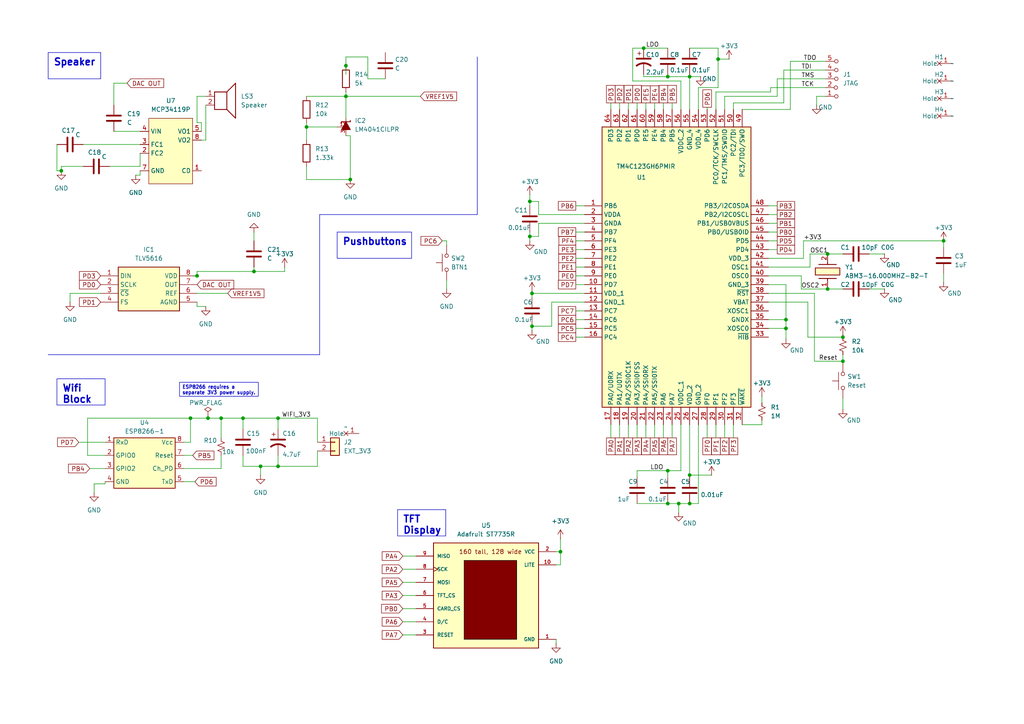
<source format=kicad_sch>
(kicad_sch (version 20231120) (generator "eeschema") (generator_version "8.0")
  (paper "A4")
  (title_block (title "ECE 445L Lab6 Project") (date "2024-02-27") (rev "v1.0.1") (company "The University of Texas at Austin"))
  (junction (at 73.66 78.74))
  (junction (at 200.025 22.225))
  (junction (at 273.685 69.85))
  (junction (at 88.9 36.83))
  (junction (at 244.475 104.775))
  (junction (at 100.33 19.05))
  (junction (at 100.33 27.94))
  (junction (at 240.03 73.66))
  (junction (at 196.85 146.05))
  (junction (at 186.69 13.97))
  (junction (at 193.675 146.05))
  (junction (at 55.245 121.285))
  (junction (at 154.305 94.615))
  (junction (at 193.675 136.525))
  (junction (at 57.15 80.01))
  (junction (at 153.67 58.42))
  (junction (at 200.025 137.795))
  (junction (at 80.645 135.255))
  (junction (at 70.485 121.285))
  (junction (at 227.965 95.25))
  (junction (at 162.56 160.02))
  (junction (at 208.28 17.145))
  (junction (at 227.965 92.71))
  (junction (at 154.305 85.09))
  (junction (at 240.03 83.82))
  (junction (at 244.475 97.79))
  (junction (at 153.67 68.58))
  (junction (at 200.025 146.05))
  (junction (at 60.325 121.285))
  (junction (at 17.78 49.53))
  (junction (at 101.6 52.07))
  (junction (at 64.135 121.285))
  (junction (at 193.675 22.225))
  (junction (at 80.645 121.285))
  (junction (at 75.565 135.255))
  (wire (pts (xy 208.28 13.97) (xy 200.025 13.97)))
  (wire (pts (xy 100.33 19.05) (xy 100.33 21.59)))
  (wire (pts (xy 202.565 25.4) (xy 208.28 25.4)))
  (wire (pts (xy 212.725 123.19) (xy 212.725 127)))
  (wire (pts (xy 273.685 79.375) (xy 273.685 81.915)))
  (wire (pts (xy 232.41 83.82) (xy 240.03 83.82)))
  (wire (pts (xy 184.785 136.525) (xy 193.675 136.525)))
  (wire (pts (xy 33.02 30.48) (xy 33.02 24.13)))
  (wire (pts (xy 240.03 83.82) (xy 244.475 83.82)))
  (wire (pts (xy 25.4 121.285) (xy 25.4 132.08)))
  (wire (pts (xy 220.98 114.935) (xy 220.98 116.84)))
  (wire (pts (xy 154.305 93.98) (xy 154.305 94.615)))
  (wire (pts (xy 200.025 123.19) (xy 200.025 137.795)))
  (wire (pts (xy 244.475 115.57) (xy 244.475 118.745)))
  (wire (pts (xy 211.455 17.145) (xy 208.28 17.145)))
  (wire (pts (xy 116.84 180.34) (xy 120.65 180.34)))
  (wire (pts (xy 30.48 139.7) (xy 30.48 140.335)))
  (wire (pts (xy 208.28 17.145) (xy 208.28 25.4)))
  (wire (pts (xy 59.69 40.64) (xy 58.42 40.64)))
  (wire (pts (xy 100.33 16.51) (xy 100.33 19.05)))
  (wire (pts (xy 189.865 29.845) (xy 189.865 31.75)))
  (wire (pts (xy 29.21 85.09) (xy 20.32 85.09)))
  (wire (pts (xy 53.34 132.08) (xy 55.88 132.08)))
  (wire (pts (xy 200.025 137.795) (xy 200.025 138.43)))
  (wire (pts (xy 161.29 160.02) (xy 162.56 160.02)))
  (wire (pts (xy 222.885 69.85) (xy 225.425 69.85)))
  (wire (pts (xy 16.51 41.91) (xy 16.51 49.53)))
  (wire (pts (xy 222.885 80.01) (xy 232.41 80.01)))
  (wire (pts (xy 273.685 69.85) (xy 273.685 71.755)))
  (wire (pts (xy 227.33 29.845) (xy 227.33 20.32)))
  (wire (pts (xy 24.13 48.26) (xy 17.78 48.26)))
  (wire (pts (xy 222.885 72.39) (xy 225.425 72.39)))
  (wire (pts (xy 207.645 26.67) (xy 223.52 26.67)))
  (wire (pts (xy 193.675 146.05) (xy 196.85 146.05)))
  (wire (pts (xy 55.245 128.27) (xy 55.245 121.285)))
  (wire (pts (xy 202.565 123.19) (xy 202.565 146.05)))
  (wire (pts (xy 193.675 22.225) (xy 200.025 22.225)))
  (wire (pts (xy 88.9 48.26) (xy 88.9 52.07)))
  (wire (pts (xy 70.485 121.285) (xy 64.135 121.285)))
  (wire (pts (xy 70.485 121.285) (xy 70.485 124.46)))
  (wire (pts (xy 106.68 22.86) (xy 106.68 16.51)))
  (wire (pts (xy 200.025 146.05) (xy 196.85 146.05)))
  (wire (pts (xy 202.565 146.05) (xy 200.025 146.05)))
  (wire (pts (xy 53.34 128.27) (xy 55.245 128.27)))
  (wire (pts (xy 229.235 31.75) (xy 229.235 17.78)))
  (wire (pts (xy 167.005 92.71) (xy 169.545 92.71)))
  (wire (pts (xy 40.64 50.8) (xy 40.64 49.53)))
  (wire (pts (xy 193.675 136.525) (xy 193.675 138.43)))
  (wire (pts (xy 200.025 22.225) (xy 200.025 31.75)))
  (wire (pts (xy 210.185 123.19) (xy 210.185 127)))
  (wire (pts (xy 160.02 87.63) (xy 160.02 94.615)))
  (wire (pts (xy 187.325 29.845) (xy 187.325 31.75)))
  (wire (pts (xy 196.85 146.05) (xy 196.85 148.59)))
  (wire (pts (xy 64.135 135.89) (xy 64.135 132.08)))
  (wire (pts (xy 233.045 69.85) (xy 273.685 69.85)))
  (wire (pts (xy 227.965 95.25) (xy 227.965 98.425)))
  (wire (pts (xy 252.095 73.66) (xy 256.54 73.66)))
  (wire (pts (xy 222.885 74.93) (xy 233.045 74.93)))
  (wire (pts (xy 88.9 52.07) (xy 101.6 52.07)))
  (wire (pts (xy 208.28 13.97) (xy 208.28 17.145)))
  (wire (pts (xy 200.025 21.59) (xy 200.025 22.225)))
  (wire (pts (xy 234.95 73.66) (xy 240.03 73.66)))
  (wire (pts (xy 225.425 27.94) (xy 225.425 22.86)))
  (wire (pts (xy 167.005 77.47) (xy 169.545 77.47)))
  (wire (pts (xy 121.92 27.94) (xy 100.33 27.94)))
  (wire (pts (xy 197.485 123.19) (xy 197.485 136.525)))
  (wire (pts (xy 222.885 77.47) (xy 234.95 77.47)))
  (wire (pts (xy 167.005 59.69) (xy 169.545 59.69)))
  (wire (pts (xy 24.13 41.91) (xy 40.64 41.91)))
  (wire (pts (xy 16.51 49.53) (xy 17.78 49.53)))
  (wire (pts (xy 177.165 29.845) (xy 177.165 31.75)))
  (wire (pts (xy 186.69 13.97) (xy 193.675 13.97)))
  (wire (pts (xy 187.325 123.19) (xy 187.325 127)))
  (wire (pts (xy 57.15 78.74) (xy 57.15 80.01)))
  (wire (pts (xy 73.66 78.74) (xy 73.66 77.47)))
  (wire (pts (xy 154.305 85.09) (xy 154.305 86.36)))
  (wire (pts (xy 197.485 136.525) (xy 193.675 136.525)))
  (wire (pts (xy 234.315 97.79) (xy 244.475 97.79)))
  (wire (pts (xy 244.475 97.155) (xy 244.475 97.79)))
  (wire (pts (xy 167.005 67.31) (xy 169.545 67.31)))
  (wire (pts (xy 106.68 16.51) (xy 100.33 16.51)))
  (wire (pts (xy 222.885 85.09) (xy 236.22 85.09)))
  (wire (pts (xy 58.42 35.56) (xy 58.42 38.1)))
  (wire (pts (xy 22.86 128.27) (xy 30.48 128.27)))
  (polyline (pts (xy 13.97 102.87) (xy 92.71 102.87)))
  (wire (pts (xy 80.645 121.285) (xy 70.485 121.285)))
  (wire (pts (xy 153.67 58.42) (xy 156.21 58.42)))
  (wire (pts (xy 223.52 26.67) (xy 223.52 25.4)))
  (wire (pts (xy 222.885 59.69) (xy 225.425 59.69)))
  (wire (pts (xy 73.66 78.74) (xy 82.55 78.74)))
  (wire (pts (xy 80.645 135.255) (xy 80.645 132.08)))
  (wire (pts (xy 222.885 87.63) (xy 234.315 87.63)))
  (wire (pts (xy 177.165 123.19) (xy 177.165 127)))
  (wire (pts (xy 30.48 132.08) (xy 25.4 132.08)))
  (wire (pts (xy 169.545 87.63) (xy 160.02 87.63)))
  (wire (pts (xy 39.37 50.8) (xy 40.64 50.8)))
  (wire (pts (xy 156.21 64.77) (xy 156.21 68.58)))
  (wire (pts (xy 160.02 94.615) (xy 154.305 94.615)))
  (wire (pts (xy 167.005 97.79) (xy 169.545 97.79)))
  (wire (pts (xy 182.245 29.845) (xy 182.245 31.75)))
  (wire (pts (xy 116.84 168.91) (xy 120.65 168.91)))
  (wire (pts (xy 161.29 163.83) (xy 162.56 163.83)))
  (wire (pts (xy 53.34 139.7) (xy 56.515 139.7)))
  (wire (pts (xy 197.485 31.75) (xy 197.485 23.495)))
  (wire (pts (xy 57.15 27.94) (xy 57.15 35.56)))
  (wire (pts (xy 156.21 68.58) (xy 153.67 68.58)))
  (wire (pts (xy 183.515 23.495) (xy 183.515 13.97)))
  (wire (pts (xy 210.185 31.75) (xy 210.185 27.94)))
  (wire (pts (xy 40.64 48.26) (xy 40.64 44.45)))
  (wire (pts (xy 73.66 78.74) (xy 57.15 78.74)))
  (wire (pts (xy 205.105 123.19) (xy 205.105 127)))
  (wire (pts (xy 169.545 64.77) (xy 156.21 64.77)))
  (wire (pts (xy 215.265 31.75) (xy 229.235 31.75)))
  (wire (pts (xy 227.965 92.71) (xy 227.965 95.25)))
  (wire (pts (xy 244.475 104.775) (xy 244.475 105.41)))
  (wire (pts (xy 193.675 21.59) (xy 193.675 22.225)))
  (wire (pts (xy 233.045 74.93) (xy 233.045 69.85)))
  (wire (pts (xy 161.29 185.42) (xy 161.29 186.69)))
  (wire (pts (xy 222.885 92.71) (xy 227.965 92.71)))
  (wire (pts (xy 156.21 62.23) (xy 169.545 62.23)))
  (wire (pts (xy 153.67 68.58) (xy 153.67 69.85)))
  (wire (pts (xy 222.885 64.77) (xy 225.425 64.77)))
  (wire (pts (xy 30.48 140.335) (xy 27.305 140.335)))
  (wire (pts (xy 167.005 82.55) (xy 169.545 82.55)))
  (wire (pts (xy 20.32 85.09) (xy 20.32 87.63)))
  (wire (pts (xy 129.54 69.85) (xy 129.54 71.12)))
  (wire (pts (xy 183.515 13.97) (xy 186.69 13.97)))
  (wire (pts (xy 97.79 36.83) (xy 88.9 36.83)))
  (wire (pts (xy 212.725 31.75) (xy 212.725 29.845)))
  (wire (pts (xy 227.965 82.55) (xy 227.965 92.71)))
  (wire (pts (xy 182.245 123.19) (xy 182.245 127)))
  (wire (pts (xy 59.69 30.48) (xy 59.69 40.64)))
  (wire (pts (xy 200.025 22.225) (xy 203.2 22.225)))
  (polyline (pts (xy 92.71 62.23) (xy 138.43 62.23)))
  (wire (pts (xy 207.645 31.75) (xy 207.645 26.67)))
  (wire (pts (xy 222.885 95.25) (xy 227.965 95.25)))
  (wire (pts (xy 207.645 123.19) (xy 207.645 127)))
  (wire (pts (xy 88.9 36.83) (xy 88.9 35.56)))
  (wire (pts (xy 212.725 29.845) (xy 227.33 29.845)))
  (wire (pts (xy 222.885 62.23) (xy 225.425 62.23)))
  (wire (pts (xy 215.265 123.19) (xy 220.98 123.19)))
  (wire (pts (xy 57.15 85.09) (xy 66.04 85.09)))
  (wire (pts (xy 229.235 17.78) (xy 239.395 17.78)))
  (wire (pts (xy 167.005 95.25) (xy 169.545 95.25)))
  (wire (pts (xy 205.105 31.115) (xy 205.105 31.75)))
  (wire (pts (xy 92.075 121.285) (xy 80.645 121.285)))
  (wire (pts (xy 33.02 38.1) (xy 40.64 38.1)))
  (wire (pts (xy 220.98 123.19) (xy 220.98 121.92)))
  (wire (pts (xy 55.88 80.01) (xy 57.15 80.01)))
  (wire (pts (xy 101.6 39.37) (xy 100.33 39.37)))
  (wire (pts (xy 179.705 29.845) (xy 179.705 31.75)))
  (wire (pts (xy 100.33 26.67) (xy 100.33 27.94)))
  (wire (pts (xy 64.135 121.285) (xy 64.135 127)))
  (wire (pts (xy 73.66 67.31) (xy 73.66 69.85)))
  (wire (pts (xy 82.55 77.47) (xy 82.55 78.74)))
  (wire (pts (xy 116.84 161.29) (xy 120.65 161.29)))
  (wire (pts (xy 88.9 36.83) (xy 88.9 40.64)))
  (wire (pts (xy 59.69 27.94) (xy 57.15 27.94)))
  (wire (pts (xy 60.325 121.285) (xy 55.245 121.285)))
  (wire (pts (xy 202.565 31.75) (xy 202.565 25.4)))
  (wire (pts (xy 100.33 27.94) (xy 100.33 34.29)))
  (wire (pts (xy 31.75 48.26) (xy 40.64 48.26)))
  (wire (pts (xy 153.67 58.42) (xy 153.67 59.69)))
  (wire (pts (xy 244.475 102.87) (xy 244.475 104.775)))
  (wire (pts (xy 80.645 121.285) (xy 80.645 124.46)))
  (wire (pts (xy 129.54 81.28) (xy 129.54 83.82)))
  (wire (pts (xy 197.485 23.495) (xy 183.515 23.495)))
  (wire (pts (xy 154.305 85.09) (xy 154.305 84.455)))
  (wire (pts (xy 57.15 35.56) (xy 58.42 35.56)))
  (wire (pts (xy 186.69 22.225) (xy 193.675 22.225)))
  (wire (pts (xy 153.67 67.31) (xy 153.67 68.58)))
  (wire (pts (xy 234.315 87.63) (xy 234.315 97.79)))
  (wire (pts (xy 116.84 176.53) (xy 120.65 176.53)))
  (wire (pts (xy 154.305 94.615) (xy 154.305 95.885)))
  (wire (pts (xy 184.785 29.845) (xy 184.785 31.75)))
  (wire (pts (xy 59.69 88.9) (xy 57.15 88.9)))
  (wire (pts (xy 240.03 73.66) (xy 244.475 73.66)))
  (wire (pts (xy 80.645 135.255) (xy 92.075 135.255)))
  (wire (pts (xy 167.005 72.39) (xy 169.545 72.39)))
  (wire (pts (xy 92.075 121.285) (xy 92.075 128.27)))
  (wire (pts (xy 227.33 20.32) (xy 239.395 20.32)))
  (wire (pts (xy 26.035 135.89) (xy 30.48 135.89)))
  (wire (pts (xy 192.405 123.19) (xy 192.405 127)))
  (wire (pts (xy 153.67 56.515) (xy 153.67 58.42)))
  (wire (pts (xy 239.395 27.94) (xy 236.855 27.94)))
  (wire (pts (xy 167.005 69.85) (xy 169.545 69.85)))
  (wire (pts (xy 184.785 138.43) (xy 184.785 136.525)))
  (wire (pts (xy 116.84 165.1) (xy 120.65 165.1)))
  (wire (pts (xy 75.565 135.255) (xy 70.485 135.255)))
  (wire (pts (xy 192.405 29.845) (xy 192.405 31.75)))
  (wire (pts (xy 33.02 24.13) (xy 36.83 24.13)))
  (wire (pts (xy 55.245 121.285) (xy 25.4 121.285)))
  (wire (pts (xy 236.22 85.09) (xy 236.22 104.775)))
  (polyline (pts (xy 138.43 62.23) (xy 138.43 16.51)))
  (wire (pts (xy 167.005 90.17) (xy 169.545 90.17)))
  (wire (pts (xy 169.545 85.09) (xy 154.305 85.09)))
  (wire (pts (xy 222.885 67.31) (xy 225.425 67.31)))
  (wire (pts (xy 116.84 184.15) (xy 120.65 184.15)))
  (polyline (pts (xy 92.71 102.87) (xy 92.71 62.23)))
  (wire (pts (xy 60.325 120.65) (xy 60.325 121.285)))
  (wire (pts (xy 53.34 135.89) (xy 64.135 135.89)))
  (wire (pts (xy 162.56 163.83) (xy 162.56 160.02)))
  (wire (pts (xy 200.025 137.795) (xy 206.375 137.795)))
  (wire (pts (xy 70.485 135.255) (xy 70.485 132.08)))
  (wire (pts (xy 156.21 62.23) (xy 156.21 58.42)))
  (wire (pts (xy 234.95 77.47) (xy 234.95 73.66)))
  (wire (pts (xy 75.565 135.255) (xy 80.645 135.255)))
  (wire (pts (xy 167.005 80.01) (xy 169.545 80.01)))
  (wire (pts (xy 111.76 22.86) (xy 106.68 22.86)))
  (wire (pts (xy 232.41 80.01) (xy 232.41 83.82)))
  (wire (pts (xy 210.185 27.94) (xy 225.425 27.94)))
  (wire (pts (xy 225.425 22.86) (xy 239.395 22.86)))
  (wire (pts (xy 222.885 82.55) (xy 227.965 82.55)))
  (wire (pts (xy 92.075 130.81) (xy 92.075 135.255)))
  (wire (pts (xy 184.785 146.05) (xy 193.675 146.05)))
  (wire (pts (xy 101.6 52.07) (xy 101.6 39.37)))
  (wire (pts (xy 184.785 123.19) (xy 184.785 127)))
  (wire (pts (xy 128.27 69.85) (xy 129.54 69.85)))
  (wire (pts (xy 179.705 123.19) (xy 179.705 127)))
  (wire (pts (xy 75.565 137.795) (xy 75.565 135.255)))
  (wire (pts (xy 252.095 83.82) (xy 256.54 83.82)))
  (wire (pts (xy 17.78 48.26) (xy 17.78 49.53)))
  (wire (pts (xy 88.9 27.94) (xy 100.33 27.94)))
  (wire (pts (xy 57.15 88.9) (xy 57.15 87.63)))
  (wire (pts (xy 27.305 140.335) (xy 27.305 142.875)))
  (wire (pts (xy 186.69 21.59) (xy 186.69 22.225)))
  (wire (pts (xy 236.22 104.775) (xy 244.475 104.775)))
  (wire (pts (xy 167.005 74.93) (xy 169.545 74.93)))
  (wire (pts (xy 194.945 123.19) (xy 194.945 127)))
  (wire (pts (xy 64.135 121.285) (xy 60.325 121.285)))
  (wire (pts (xy 194.945 29.845) (xy 194.945 31.75)))
  (wire (pts (xy 236.855 27.94) (xy 236.855 30.48)))
  (wire (pts (xy 162.56 156.21) (xy 162.56 160.02)))
  (wire (pts (xy 223.52 25.4) (xy 239.395 25.4)))
  (wire (pts (xy 189.865 123.19) (xy 189.865 127)))
  (wire (pts (xy 116.84 172.72) (xy 120.65 172.72)))
  (text_box "TFT Display" (at 115.316 147.828 0) (size 13.97 7.62) (effects (font (size 2 2) (thickness 0.4) (bold yes)) (justify left top)))
  (text_box "ESP8266 requires a separate 3V3 power supply." (at 52.07 110.871 0) (size 22.86 4.064) (effects (font (size 1 1) (bold yes)) (justify left top)))
  (text_box "Wifi Block" (at 16.51 109.855 0) (size 13.97 7.62) (effects (font (size 2 2) (thickness 0.4) (bold yes)) (justify left top)))
  (text_box "Pushbuttons" (at 97.79 67.31 0) (size 21.59 7.62) (effects (font (size 2 2) (thickness 0.4) (bold yes)) (justify left top)))
  (text_box "Speaker" (at 13.97 15.24 0) (size 15.24 7.62) (effects (font (size 2 2) (thickness 0.4) (bold yes)) (justify left top)))
  (label "OSC2" (at 232.41 83.82 0))
  (label "TCK" (at 232.41 25.4 0))
  (label "TDI" (at 232.41 20.32 0))
  (label "WIFI_3V3" (at 90.17 121.285 180))
  (label "LDO" (at 188.595 136.525 0))
  (label "TDO" (at 233.045 17.78 0))
  (label "TMS" (at 232.41 22.86 0))
  (label "LDO" (at 187.325 13.97 0))
  (label "OSC1" (at 234.95 73.66 0))
  (label "Reset" (at 237.49 104.775 0))
  (label "+3V3" (at 233.045 69.85 0))
  (global_label "PD7" (shape passive) (at 167.005 82.55 180) (property "Intersheetrefs" "${INTERSHEET_REFS}" (effects (hide yes))))
  (global_label "PE4" (shape passive) (at 189.865 29.845 90) (property "Intersheetrefs" "${INTERSHEET_REFS}" (effects (hide yes))))
  (global_label "PC7" (shape passive) (at 167.005 90.17 180) (property "Intersheetrefs" "${INTERSHEET_REFS}" (effects (hide yes))))
  (global_label "PF3" (shape passive) (at 212.725 127 270) (property "Intersheetrefs" "${INTERSHEET_REFS}" (effects (hide yes))))
  (global_label "PD2" (shape passive) (at 179.705 29.845 90) (property "Intersheetrefs" "${INTERSHEET_REFS}" (effects (hide yes))))
  (global_label "PA0" (shape passive) (at 177.165 127 270) (property "Intersheetrefs" "${INTERSHEET_REFS}" (effects (hide yes))))
  (global_label "PD0" (shape input) (at 29.21 82.55 180) (property "Intersheetrefs" "${INTERSHEET_REFS}" (effects (hide yes))))
  (global_label "PA4" (shape passive) (at 187.325 127 270) (property "Intersheetrefs" "${INTERSHEET_REFS}" (effects (hide yes))))
  (global_label "PD3" (shape input) (at 29.21 80.01 180) (property "Intersheetrefs" "${INTERSHEET_REFS}" (effects (hide yes))))
  (global_label "PB3" (shape passive) (at 225.425 59.69 0) (property "Intersheetrefs" "${INTERSHEET_REFS}" (effects (hide yes))))
  (global_label "PD3" (shape passive) (at 177.165 29.845 90) (property "Intersheetrefs" "${INTERSHEET_REFS}" (effects (hide yes))))
  (global_label "PB5" (shape passive) (at 194.945 29.845 90) (property "Intersheetrefs" "${INTERSHEET_REFS}" (effects (hide yes))))
  (global_label "PB1" (shape passive) (at 225.425 64.77 0) (property "Intersheetrefs" "${INTERSHEET_REFS}" (effects (hide yes))))
  (global_label "PA7" (shape input) (at 116.84 184.15 180) (property "Intersheetrefs" "${INTERSHEET_REFS}" (effects (hide yes))))
  (global_label "PD4" (shape passive) (at 225.425 72.39 0) (property "Intersheetrefs" "${INTERSHEET_REFS}" (effects (hide yes))))
  (global_label "PC6" (shape passive) (at 167.005 92.71 180) (property "Intersheetrefs" "${INTERSHEET_REFS}" (effects (hide yes))))
  (global_label "PA1" (shape passive) (at 179.705 127 270) (property "Intersheetrefs" "${INTERSHEET_REFS}" (effects (hide yes))))
  (global_label "PD1" (shape input) (at 29.21 87.63 180) (property "Intersheetrefs" "${INTERSHEET_REFS}" (effects (hide yes))))
  (global_label "PA6" (shape passive) (at 192.405 127 270) (property "Intersheetrefs" "${INTERSHEET_REFS}" (effects (hide yes))))
  (global_label "PC4" (shape passive) (at 167.005 97.79 180) (property "Intersheetrefs" "${INTERSHEET_REFS}" (effects (hide yes))))
  (global_label "PF1" (shape passive) (at 207.645 127 270) (property "Intersheetrefs" "${INTERSHEET_REFS}" (effects (hide yes))))
  (global_label "PB4" (shape passive) (at 192.405 29.845 90) (property "Intersheetrefs" "${INTERSHEET_REFS}" (effects (hide yes))))
  (global_label "PD6" (shape input) (at 56.515 139.7 0) (property "Intersheetrefs" "${INTERSHEET_REFS}" (effects (hide yes))))
  (global_label "PF2" (shape passive) (at 210.185 127 270) (property "Intersheetrefs" "${INTERSHEET_REFS}" (effects (hide yes))))
  (global_label "PC5" (shape passive) (at 167.005 95.25 180) (property "Intersheetrefs" "${INTERSHEET_REFS}" (effects (hide yes))))
  (global_label "DAC OUT" (shape input) (at 57.15 82.55 0) (property "Intersheetrefs" "${INTERSHEET_REFS}" (effects (hide yes))))
  (global_label "PB5" (shape input) (at 55.88 132.08 0) (property "Intersheetrefs" "${INTERSHEET_REFS}" (effects (hide yes))))
  (global_label "PF4" (shape passive) (at 167.005 69.85 180) (property "Intersheetrefs" "${INTERSHEET_REFS}" (effects (hide yes))))
  (global_label "PF0" (shape passive) (at 205.105 127 270) (property "Intersheetrefs" "${INTERSHEET_REFS}" (effects (hide yes))))
  (global_label "PA3" (shape passive) (at 184.785 127 270) (property "Intersheetrefs" "${INTERSHEET_REFS}" (effects (hide yes))))
  (global_label "PB2" (shape passive) (at 225.425 62.23 0) (property "Intersheetrefs" "${INTERSHEET_REFS}" (effects (hide yes))))
  (global_label "PD0" (shape passive) (at 184.785 29.845 90) (property "Intersheetrefs" "${INTERSHEET_REFS}" (effects (hide yes))))
  (global_label "PD7" (shape input) (at 22.86 128.27 180) (property "Intersheetrefs" "${INTERSHEET_REFS}" (effects (hide yes))))
  (global_label "PC6" (shape input) (at 128.27 69.85 180) (property "Intersheetrefs" "${INTERSHEET_REFS}" (effects (hide yes))))
  (global_label "PA3" (shape input) (at 116.84 172.72 180) (property "Intersheetrefs" "${INTERSHEET_REFS}" (effects (hide yes))))
  (global_label "PE3" (shape passive) (at 167.005 72.39 180) (property "Intersheetrefs" "${INTERSHEET_REFS}" (effects (hide yes))))
  (global_label "PB0" (shape input) (at 116.84 176.53 180) (property "Intersheetrefs" "${INTERSHEET_REFS}" (effects (hide yes))))
  (global_label "PB6" (shape passive) (at 167.005 59.69 180) (property "Intersheetrefs" "${INTERSHEET_REFS}" (effects (hide yes))))
  (global_label "PA6" (shape input) (at 116.84 180.34 180) (property "Intersheetrefs" "${INTERSHEET_REFS}" (effects (hide yes))))
  (global_label "PB4" (shape input) (at 26.035 135.89 180) (property "Intersheetrefs" "${INTERSHEET_REFS}" (effects (hide yes))))
  (global_label "PD1" (shape passive) (at 182.245 29.845 90) (property "Intersheetrefs" "${INTERSHEET_REFS}" (effects (hide yes))))
  (global_label "PE1" (shape passive) (at 167.005 77.47 180) (property "Intersheetrefs" "${INTERSHEET_REFS}" (effects (hide yes))))
  (global_label "PA5" (shape input) (at 116.84 168.91 180) (property "Intersheetrefs" "${INTERSHEET_REFS}" (effects (hide yes))))
  (global_label "PA4" (shape input) (at 116.84 161.29 180) (property "Intersheetrefs" "${INTERSHEET_REFS}" (effects (hide yes))))
  (global_label "PB7" (shape passive) (at 167.005 67.31 180) (property "Intersheetrefs" "${INTERSHEET_REFS}" (effects (hide yes))))
  (global_label "PA7" (shape passive) (at 194.945 127 270) (property "Intersheetrefs" "${INTERSHEET_REFS}" (effects (hide yes))))
  (global_label "VREF1V5" (shape input) (at 66.04 85.09 0) (property "Intersheetrefs" "${INTERSHEET_REFS}" (effects (hide yes))))
  (global_label "PE5" (shape passive) (at 187.325 29.845 90) (property "Intersheetrefs" "${INTERSHEET_REFS}" (effects (hide yes))))
  (global_label "DAC OUT" (shape input) (at 36.83 24.13 0) (property "Intersheetrefs" "${INTERSHEET_REFS}" (effects (hide yes))))
  (global_label "PA5" (shape passive) (at 189.865 127 270) (property "Intersheetrefs" "${INTERSHEET_REFS}" (effects (hide yes))))
  (global_label "PD6" (shape passive) (at 205.105 31.115 90) (property "Intersheetrefs" "${INTERSHEET_REFS}" (effects (hide yes))))
  (global_label "PB0" (shape passive) (at 225.425 67.31 0) (property "Intersheetrefs" "${INTERSHEET_REFS}" (effects (hide yes))))
  (global_label "PE0" (shape passive) (at 167.005 80.01 180) (property "Intersheetrefs" "${INTERSHEET_REFS}" (effects (hide yes))))
  (global_label "PD5" (shape passive) (at 225.425 69.85 0) (property "Intersheetrefs" "${INTERSHEET_REFS}" (effects (hide yes))))
  (global_label "VREF1V5" (shape input) (at 121.92 27.94 0) (property "Intersheetrefs" "${INTERSHEET_REFS}" (effects (hide yes))))
  (global_label "PA2" (shape passive) (at 182.245 127 270) (property "Intersheetrefs" "${INTERSHEET_REFS}" (effects (hide yes))))
  (global_label "PA2" (shape input) (at 116.84 165.1 180) (property "Intersheetrefs" "${INTERSHEET_REFS}" (effects (hide yes))))
  (global_label "PE2" (shape passive) (at 167.005 74.93 180) (property "Intersheetrefs" "${INTERSHEET_REFS}" (effects (hide yes))))
  (symbol (lib_id "power:GND") (at 203.2 22.225 0) (unit 1)
    (property "Reference" "#PWR015" (effects (hide yes)))
    (property "Value" "GND" (at 205.74 22.86 0))
    (property "Description" "Power symbol creates a global label with name \"GND\" , ground" (effects (hide yes)))
  )
  (symbol (lib_id "ECE445L:R_0.125W") (at 64.135 129.54 0) (unit 1)
    (property "Reference" "R10" (at 59.055 127.762 0) (effects (justify left)))
    (property "Value" "10k" (at 64.389 131.064 0) (effects (justify left)))
    (property "Footprint" "ECE445L:R_Axial_DIN0204_L3.6mm_D1.6mm_P7.62mm_Horizontal" (effects (hide yes)))
    (property "Datasheet" "https://users.ece.utexas.edu/~valvano/mspm0/CarbonFilmresistors.pdf" (effects (hide yes)))
    (property "Description" "Resistor, small US symbol" (effects (hide yes)))
  )
  (symbol (lib_id "ECE445L:C") (at 154.305 90.17 0) (unit 1)
    (property "Reference" "C6" (at 151.765 87.63 0) (effects (justify left)))
    (property "Value" "0.1uF" (at 149.225 92.71 0) (effects (justify left)))
    (property "Footprint" "ECE445L:C_Axial_200mil" (effects (hide yes)))
    (property "Description" "Unpolarized capacitor" (effects (hide yes)))
  )
  (symbol (lib_id "power:GND") (at 196.85 148.59 0) (unit 1)
    (property "Reference" "#PWR012" (effects (hide yes)))
    (property "Value" "GND" (at 200.025 151.765 0))
    (property "Description" "Power symbol creates a global label with name \"GND\" , ground" (effects (hide yes)))
  )
  (symbol (lib_id "ECE445L:C") (at 200.025 17.78 0) (unit 1)
    (property "Reference" "C7" (at 200.66 15.875 0) (effects (justify left)))
    (property "Value" "0.1uF" (at 200.66 20.32 0) (effects (justify left)))
    (property "Footprint" "ECE445L:C_Axial_200mil" (effects (hide yes)))
    (property "Description" "Unpolarized capacitor" (effects (hide yes)))
  )
  (symbol (lib_id "Device:C") (at 33.02 34.29 0) (unit 1)
    (property "Reference" "C19" (at 36.83 33.0199 0) (effects (justify left)))
    (property "Value" "C" (at 36.83 35.5599 0) (effects (justify left)))
    (property "Description" "Unpolarized capacitor" (effects (hide yes)))
  )
  (symbol (lib_id "Switch:SW_Push") (at 129.54 76.2 90) (unit 1)
    (property "Reference" "SW2" (at 130.81 74.9299 90) (effects (justify right)))
    (property "Value" "BTN1" (at 130.81 77.4699 90) (effects (justify right)))
    (property "Footprint" "Button_Switch_THT:SW_PUSH_6mm" (effects (hide yes)))
    (property "Description" "Push button switch, generic, two pins" (effects (hide yes)))
  )
  (symbol (lib_id "ECE445L:R_0.125W") (at 244.475 100.33 0) (unit 1)
    (property "Reference" "R2" (at 247.015 99.06 0) (effects (justify left)))
    (property "Value" "10k" (at 247.015 101.6 0) (effects (justify left)))
    (property "Footprint" "ECE445L:R_Axial_DIN0204_L3.6mm_D1.6mm_P7.62mm_Horizontal" (effects (hide yes)))
    (property "Datasheet" "https://users.ece.utexas.edu/~valvano/mspm0/CarbonFilmresistors.pdf" (effects (hide yes)))
    (property "Description" "Resistor, small US symbol" (effects (hide yes)))
  )
  (symbol (lib_id "power:PWR_FLAG") (at 60.325 120.65 0) (unit 1)
    (property "Reference" "#FLG04" (effects (hide yes)))
    (property "Value" "PWR_FLAG" (at 59.69 116.84 0))
    (property "Description" "Special symbol for telling ERC where power comes from" (effects (hide yes)))
  )
  (symbol (lib_id "Connector_Generic:Conn_01x02") (at 97.155 128.27 0) (unit 1)
    (property "Reference" "J2" (at 99.695 128.27 0) (effects (justify left)))
    (property "Value" "EXT_3V3" (at 99.695 130.81 0) (effects (justify left)))
    (property "Footprint" "Connector_Samtec_HPM_THT:Samtec_HPM-02-01-x-S_Straight_1x02_Pitch5.08mm" (effects (hide yes)))
    (property "Description" "Generic connector, single row, 01x02, script generated (kicad-library-utils/schlib/autogen/connector/)" (effects (hide yes)))
  )
  (symbol (lib_id "power:+3V3") (at 220.98 114.935 0) (unit 1)
    (property "Reference" "#PWR03" (effects (hide yes)))
    (property "Value" "+3V3" (at 220.98 111.125 0))
    (property "Description" "Power symbol creates a global label with name \"+3V3\"" (effects (hide yes)))
  )
  (symbol (lib_id "ECE445L:C") (at 70.485 128.27 0) (unit 1)
    (property "Reference" "C15" (at 71.501 125.73 0) (effects (justify left)))
    (property "Value" "100nF" (at 71.247 130.81 0) (effects (justify left)))
    (property "Footprint" "ECE445L:C_Axial_200mil" (effects (hide yes)))
    (property "Description" "Unpolarized capacitor" (effects (hide yes)))
  )
  (symbol (lib_id "ECE445L:C") (at 184.785 142.24 0) (unit 1)
    (property "Reference" "C9" (at 182.245 139.7 0) (effects (justify left)))
    (property "Value" "1uF" (at 179.07 144.78 0) (effects (justify left)))
    (property "Footprint" "ECE445L:C_Axial_200mil" (effects (hide yes)))
    (property "Description" "Unpolarized capacitor" (effects (hide yes)))
  )
  (symbol (lib_id "power:+3V3") (at 244.475 97.155 0) (unit 1)
    (property "Reference" "#PWR05" (effects (hide yes)))
    (property "Value" "+3V3" (at 244.475 93.345 0))
    (property "Description" "Power symbol creates a global label with name \"+3V3\"" (effects (hide yes)))
  )
  (symbol (lib_id "power:GND") (at 256.54 73.66 0) (unit 1)
    (property "Reference" "#PWR02" (effects (hide yes)))
    (property "Value" "GND" (at 259.08 76.835 0))
    (property "Description" "Power symbol creates a global label with name \"GND\" , ground" (effects (hide yes)))
  )
  (symbol (lib_id "ECE445L:C") (at 153.67 63.5 0) (unit 1)
    (property "Reference" "C11" (at 149.225 60.96 0) (effects (justify left)))
    (property "Value" "0.01uF" (at 147.32 66.04 0) (effects (justify left)))
    (property "Footprint" "ECE445L:C_Axial_200mil" (effects (hide yes)))
    (property "Description" "Unpolarized capacitor" (effects (hide yes)))
  )
  (symbol (lib_id "power:GND") (at 244.475 118.745 0) (unit 1)
    (property "Reference" "#PWR04" (effects (hide yes)))
    (property "Value" "GND" (at 247.65 121.92 0))
    (property "Description" "Power symbol creates a global label with name \"GND\" , ground" (effects (hide yes)))
  )
  (symbol (lib_id "Switch:SW_Push") (at 244.475 110.49 90) (unit 1)
    (property "Reference" "SW1" (at 245.745 109.22 90) (effects (justify right)))
    (property "Value" "Reset" (at 245.745 111.76 90) (effects (justify right)))
    (property "Footprint" "Button_Switch_THT:SW_PUSH_6mm" (effects (hide yes)))
    (property "Description" "Push button switch, generic, two pins" (effects (hide yes)))
  )
  (symbol (lib_id "power:GND") (at 75.565 137.795 0) (unit 1)
    (property "Reference" "#PWR030" (effects (hide yes)))
    (property "Value" "GND" (at 75.565 142.875 0))
    (property "Description" "Power symbol creates a global label with name \"GND\" , ground" (effects (hide yes)))
  )
  (symbol (lib_id "power:GND") (at 153.67 69.85 0) (unit 1)
    (property "Reference" "#PWR016" (effects (hide yes)))
    (property "Value" "GND" (at 156.845 73.025 0))
    (property "Description" "Power symbol creates a global label with name \"GND\" , ground" (effects (hide yes)))
  )
  (symbol (lib_id "ECE445L:C") (at 248.285 83.82 90) (unit 1)
    (property "Reference" "C2" (at 245.11 82.55 90))
    (property "Value" "10pF C0G" (at 254.635 82.55 90))
    (property "Footprint" "ECE445L:C_Axial_200mil" (effects (hide yes)))
    (property "Description" "Unpolarized capacitor" (effects (hide yes)))
  )
  (symbol (lib_id "ECE445L:ABM3-16.000MHZ-B2-T") (at 240.03 83.82 90) (unit 1)
    (property "Reference" "Y1" (at 245.11 77.4699 90) (effects (justify right)))
    (property "Value" "ABM3-16.000MHZ-B2-T" (at 245.11 80.0099 90) (effects (justify right)))
    (property "Footprint" "ECE445L:ABM3" (effects (hide yes)))
    (property "Datasheet" "https://abracon.com/Resonators/abm3.pdf" (effects (hide yes)))
    (property "Description" "16 MHz +/-20ppm Crystal 18pF 40 Ohms 2-SMD, No Lead" (effects (hide yes)))
    (property "Height" "1.3" (effects (hide yes)))
    (property "Mouser Part Number" "815-ABM3-16-B2-T" (effects (hide yes)))
    (property "Mouser Price/Stock" "https://www.mouser.co.uk/ProductDetail/ABRACON/ABM3-16.000MHZ-B2-T?qs=H8AWquzS%2FlOF%252BStKHcxcSw%3D%3D" (effects (hide yes)))
    (property "Manufacturer_Name" "ABRACON" (effects (hide yes)))
    (property "Manufacturer_Part_Number" "ABM3-16.000MHZ-B2-T" (effects (hide yes)))
  )
  (symbol (lib_id "power:GND") (at 129.54 83.82 0) (unit 1)
    (property "Reference" "#PWR033" (effects (hide yes)))
    (property "Value" "GND" (at 129.54 88.9 0))
    (property "Description" "Power symbol creates a global label with name \"GND\" , ground" (effects (hide yes)))
  )
  (symbol (lib_id "power:+3V3") (at 206.375 137.795 0) (unit 1)
    (property "Reference" "#PWR010" (effects (hide yes)))
    (property "Value" "+3V3" (at 206.375 133.985 0))
    (property "Description" "Power symbol creates a global label with name \"+3V3\"" (effects (hide yes)))
  )
  (symbol (lib_id "ECE445L:TLV5616") (at 43.18 83.82 0) (unit 1)
    (property "Reference" "IC1" (at 43.18 72.39 0))
    (property "Value" "TLV5616" (at 43.18 74.93 0))
    (property "Footprint" "ECE445L:DIP-8_W7.62mm_LongPads" (effects (hide yes)))
    (property "Datasheet" "https://www.ti.com/lit/ds/symlink/tlv5616.pdf" (effects (hide yes)))
    (property "Description" "12-Bit, 2.5 us DAC, Serial Input, Pgrmable Settling Time, Q temp available" (effects (hide yes)))
    (property "Distributor" "Mouser" (effects (hide yes)))
    (property "Manufacturer" "Texas Instruments" (effects (hide yes)))
    (property "P/N" "TLV5616" (effects (hide yes)))
    (property "Cost" "13.80" (effects (hide yes)))
  )
  (symbol (lib_id "ECE445L:C") (at 193.675 142.24 0) (unit 1)
    (property "Reference" "C4" (at 191.135 139.7 0) (effects (justify left)))
    (property "Value" "0.1uF" (at 187.96 144.78 0) (effects (justify left)))
    (property "Footprint" "ECE445L:C_Axial_200mil" (effects (hide yes)))
    (property "Description" "Unpolarized capacitor" (effects (hide yes)))
  )
  (symbol (lib_id "ECE445L:MountingHole") (at 276.225 28.575 0) (unit 1)
    (property "Reference" "H3" (at 272.415 26.67 0))
    (property "Value" "~" (at 276.225 28.575 0))
    (property "Footprint" "ECE445L:MountingHole_4_40" (effects (hide yes)))
    (property "Description" "Drill hole for 4-40 screw" (effects (hide yes)))
  )
  (symbol (lib_id "power:GND") (at 17.78 49.53 0) (unit 1)
    (property "Reference" "#PWR034" (effects (hide yes)))
    (property "Value" "GND" (at 17.78 54.61 0))
    (property "Description" "Power symbol creates a global label with name \"GND\" , ground" (effects (hide yes)))
  )
  (symbol (lib_id "ECE445L:R_0.125W") (at 220.98 119.38 0) (unit 1)
    (property "Reference" "R1" (at 223.52 118.11 0) (effects (justify left)))
    (property "Value" "1M" (at 223.52 120.65 0) (effects (justify left)))
    (property "Footprint" "ECE445L:R_Axial_DIN0204_L3.6mm_D1.6mm_P7.62mm_Horizontal" (effects (hide yes)))
    (property "Datasheet" "https://users.ece.utexas.edu/~valvano/mspm0/CarbonFilmresistors.pdf" (effects (hide yes)))
    (property "Description" "Resistor, small US symbol" (effects (hide yes)))
  )
  (symbol (lib_id "ECE445L:C") (at 193.675 17.78 0) (unit 1)
    (property "Reference" "C8" (at 194.31 15.875 0) (effects (justify left)))
    (property "Value" "0.1uF" (at 194.31 20.32 0) (effects (justify left)))
    (property "Footprint" "ECE445L:C_Axial_200mil" (effects (hide yes)))
    (property "Description" "Unpolarized capacitor" (effects (hide yes)))
  )
  (symbol (lib_id "power:GND") (at 227.965 98.425 0) (unit 1)
    (property "Reference" "#PWR06" (effects (hide yes)))
    (property "Value" "GND" (at 231.14 101.6 0))
    (property "Description" "Power symbol creates a global label with name \"GND\" , ground" (effects (hide yes)))
  )
  (symbol (lib_id "Device:C") (at 111.76 19.05 0) (unit 1)
    (property "Reference" "C20" (at 114.554 17.272 0) (effects (justify left)))
    (property "Value" "C" (at 114.554 19.812 0) (effects (justify left)))
    (property "Description" "Unpolarized capacitor" (effects (hide yes)))
  )
  (symbol (lib_id "ECE445L:ESP8266-1") (at 41.275 133.985 0) (unit 1)
    (property "Reference" "U4" (at 41.91 122.555 0))
    (property "Value" "ESP8266-1" (at 41.91 125.095 0))
    (property "Footprint" "ECE445L:PinHeader_2x04_P2.54mm_Vertical" (effects (hide yes)))
    (property "Datasheet" "https://www.microchip.ua/wireless/esp01.pdf" (effects (hide yes)))
    (property "Description" "Wifi module" (effects (hide yes)))
  )
  (symbol (lib_id "power:GND") (at 27.305 142.875 0) (unit 1)
    (property "Reference" "#PWR027" (effects (hide yes)))
    (property "Value" "GND" (at 27.305 147.955 0))
    (property "Description" "Power symbol creates a global label with name \"GND\" , ground" (effects (hide yes)))
  )
  (symbol (lib_id "power:GND") (at 39.37 50.8 0) (unit 1)
    (property "Reference" "#PWR036" (effects (hide yes)))
    (property "Value" "GND" (at 39.37 55.88 0))
    (property "Description" "Power symbol creates a global label with name \"GND\" , ground" (effects (hide yes)))
  )
  (symbol (lib_id "ECE445L:MountingHole") (at 276.225 18.415 0) (unit 1)
    (property "Reference" "H1" (at 272.415 16.51 0))
    (property "Value" "~" (at 276.225 18.415 0))
    (property "Footprint" "ECE445L:MountingHole_4_40" (effects (hide yes)))
    (property "Description" "Drill hole for 4-40 screw" (effects (hide yes)))
  )
  (symbol (lib_id "Device:C") (at 73.66 73.66 0) (unit 1)
    (property "Reference" "C21" (at 77.47 72.3899 0) (effects (justify left)))
    (property "Value" "C" (at 77.47 74.9299 0) (effects (justify left)))
    (property "Description" "Unpolarized capacitor" (effects (hide yes)))
  )
  (symbol (lib_id "ECE445L:MountingHole") (at 276.225 23.495 0) (unit 1)
    (property "Reference" "H2" (at 272.415 21.59 0))
    (property "Value" "~" (at 276.225 23.495 0))
    (property "Footprint" "ECE445L:MountingHole_4_40" (effects (hide yes)))
    (property "Description" "Drill hole for 4-40 screw" (effects (hide yes)))
  )
  (symbol (lib_id "power:+3V3") (at 162.56 156.21 0) (unit 1)
    (property "Reference" "#PWR032" (effects (hide yes)))
    (property "Value" "+3V3" (at 162.56 151.13 0))
    (property "Description" "Power symbol creates a global label with name \"+3V3\"" (effects (hide yes)))
  )
  (symbol (lib_id "power:+3V3") (at 273.685 69.85 0) (unit 1)
    (property "Reference" "#PWR07" (effects (hide yes)))
    (property "Value" "+3V3" (at 273.685 66.04 0))
    (property "Description" "Power symbol creates a global label with name \"+3V3\"" (effects (hide yes)))
  )
  (symbol (lib_id "power:GND") (at 236.855 30.48 0) (unit 1)
    (property "Reference" "#PWR017" (effects (hide yes)))
    (property "Value" "GND" (at 239.395 31.115 0))
    (property "Description" "Power symbol creates a global label with name \"GND\" , ground" (effects (hide yes)))
  )
  (symbol (lib_id "Device:Speaker") (at 64.77 27.94 0) (unit 1)
    (property "Reference" "LS3" (at 69.85 27.94 0) (effects (justify left)))
    (property "Value" "Speaker" (at 69.85 30.48 0) (effects (justify left)))
    (property "Footprint" "Connector_PinHeader_2.54mm:PinHeader_1x02_P2.54mm_Vertical" (effects (hide yes)))
    (property "Description" "Speaker" (effects (hide yes)))
  )
  (symbol (lib_id "power:GND") (at 256.54 83.82 0) (unit 1)
    (property "Reference" "#PWR01" (effects (hide yes)))
    (property "Value" "GND" (at 259.715 86.995 0))
    (property "Description" "Power symbol creates a global label with name \"GND\" , ground" (effects (hide yes)))
  )
  (symbol (lib_id "Device:R") (at 88.9 31.75 0) (unit 1)
    (property "Reference" "R12" (at 91.44 30.4799 0) (effects (justify left)))
    (property "Value" "10k" (at 91.44 33.0199 0) (effects (justify left)))
    (property "Description" "Resistor" (effects (hide yes)))
  )
  (symbol (lib_id "ECE445L:C") (at 200.025 142.24 0) (unit 1)
    (property "Reference" "C5" (at 197.485 139.7 0) (effects (justify left)))
    (property "Value" "0.01uF" (at 203.2 143.51 0) (effects (justify left)))
    (property "Footprint" "ECE445L:C_Axial_200mil" (effects (hide yes)))
    (property "Description" "Unpolarized capacitor" (effects (hide yes)))
  )
  (symbol (lib_id "ECE445L:C_Polarized") (at 186.69 17.78 0) (unit 1)
    (property "Reference" "C10" (at 187.325 15.875 0) (effects (justify left)))
    (property "Value" "2.2uF" (at 187.325 20.955 0) (effects (justify left)))
    (property "Footprint" "ECE445L:CP_Radial_Tantal200mil" (effects (hide yes)))
    (property "Description" "Polarized capacitor, US symbol" (effects (hide yes)))
  )
  (symbol (lib_id "power:GND") (at 73.66 67.31 180) (unit 1)
    (property "Reference" "#PWR039" (effects (hide yes)))
    (property "Value" "GND" (at 73.66 62.23 0))
    (property "Description" "Power symbol creates a global label with name \"GND\" , ground" (effects (hide yes)))
  )
  (symbol (lib_id "power:+3V3") (at 154.305 84.455 0) (unit 1)
    (property "Reference" "#PWR013" (effects (hide yes)))
    (property "Value" "+3V3" (at 154.305 80.645 0))
    (property "Description" "Power symbol creates a global label with name \"+3V3\"" (effects (hide yes)))
  )
  (symbol (lib_id "MCP34119:MCP34119P") (at 49.53 43.18 0) (unit 1)
    (property "Reference" "U7" (at 49.53 29.21 0))
    (property "Value" "MCP34119P" (at 49.53 31.75 0))
    (property "Footprint" "Package_DIP:DIP-8_W7.62mm_LongPads" (effects (hide yes)))
    (property "Datasheet" "https://users.ece.utexas.edu/~valvano/Datasheets/MC34119.pdf" (effects (hide yes)))
    (property "Distributor" "N/A" (effects (hide yes)))
    (property "Manufacturer" "Motorola" (effects (hide yes)))
    (property "P/N" "MC34119P" (effects (hide yes)))
    (property "Cost" "N/A" (effects (hide yes)))
  )
  (symbol (lib_id "Device:R") (at 100.33 22.86 0) (unit 1)
    (property "Reference" "R14" (at 102.87 21.5899 0) (effects (justify left)))
    (property "Value" "5k" (at 102.87 24.1299 0) (effects (justify left)))
    (property "Description" "Resistor" (effects (hide yes)))
  )
  (symbol (lib_id "ECE445L:Header_5") (at 244.475 25.4 180) (unit 1)
    (property "Reference" "J1" (at 244.475 21.59 0) (effects (justify right)))
    (property "Value" "JTAG" (at 244.475 24.13 0) (effects (justify right)))
    (property "Footprint" "ECE445L:PinHeader_1x05_P2.54mm_Vertical" (effects (hide yes)))
    (property "Description" "Header, 4-pin" (effects (hide yes)))
  )
  (symbol (lib_id "Device:C") (at 27.94 48.26 270) (unit 1)
    (property "Reference" "C18" (at 27.432 44.196 90))
    (property "Value" "C" (at 30.226 45.466 90))
    (property "Description" "Unpolarized capacitor" (effects (hide yes)))
  )
  (symbol (lib_id "power:+3V3") (at 153.67 56.515 0) (unit 1)
    (property "Reference" "#PWR011" (effects (hide yes)))
    (property "Value" "+3V3" (at 153.67 52.705 0))
    (property "Description" "Power symbol creates a global label with name \"+3V3\"" (effects (hide yes)))
  )
  (symbol (lib_id "power:GND") (at 161.29 186.69 0) (unit 1)
    (property "Reference" "#PWR031" (effects (hide yes)))
    (property "Value" "GND" (at 161.29 191.77 0))
    (property "Description" "Power symbol creates a global label with name \"GND\" , ground" (effects (hide yes)))
  )
  (symbol (lib_id "ECE445L:C_Polarized") (at 80.645 128.27 0) (unit 1)
    (property "Reference" "C16" (at 81.915 125.73 0) (effects (justify left)))
    (property "Value" "4.7uF" (at 81.915 131.826 0) (effects (justify left)))
    (property "Footprint" "ECE445L:CP_Radial_Tantal200mil" (effects (hide yes)))
    (property "Description" "Polarized capacitor, US symbol" (effects (hide yes)))
  )
  (symbol (lib_id "ECE445L:C") (at 273.685 75.565 0) (unit 1)
    (property "Reference" "C3" (at 276.86 74.295 0) (effects (justify left)))
    (property "Value" "1uF" (at 276.86 76.835 0) (effects (justify left)))
    (property "Footprint" "ECE445L:C_Axial_200mil" (effects (hide yes)))
    (property "Description" "Unpolarized capacitor" (effects (hide yes)))
  )
  (symbol (lib_id "power:GND") (at 20.32 87.63 0) (unit 1)
    (property "Reference" "#PWR035" (effects (hide yes)))
    (property "Value" "GND" (at 20.32 92.71 0))
    (property "Description" "Power symbol creates a global label with name \"GND\" , ground" (effects (hide yes)))
  )
  (symbol (lib_id "Device:C") (at 20.32 41.91 270) (unit 1)
    (property "Reference" "C17" (at 19.812 37.846 90))
    (property "Value" "C" (at 22.606 39.116 90))
    (property "Description" "Unpolarized capacitor" (effects (hide yes)))
  )
  (symbol (lib_id "power:GND") (at 59.69 88.9 0) (unit 1)
    (property "Reference" "#PWR038" (effects (hide yes)))
    (property "Value" "GND" (at 59.69 93.98 0))
    (property "Description" "Power symbol creates a global label with name \"GND\" , ground" (effects (hide yes)))
  )
  (symbol (lib_id "power:GND") (at 154.305 95.885 0) (unit 1)
    (property "Reference" "#PWR014" (effects (hide yes)))
    (property "Value" "GND" (at 157.48 99.06 0))
    (property "Description" "Power symbol creates a global label with name \"GND\" , ground" (effects (hide yes)))
  )
  (symbol (lib_id "ECE445L:TM4C123GH6PMIR") (at 169.545 59.69 0) (unit 1)
    (property "Reference" "U1" (at 186.055 51.435 0))
    (property "Value" "TM4C123GH6PMIR" (at 187.325 48.26 0))
    (property "Footprint" "ECE445L:QFP50P1200X1200X160-64N" (effects (hide yes)))
    (property "Datasheet" "http://www.ti.com/general/docs/suppproductinfo.tsp?distId=10&gotoUrl=http%3A%2F%2Fwww.ti.com%2Flit%2Fgpn%2Ftm4c123gh6pm" (effects (hide yes)))
    (property "Description" "High performance 32-bit ARM&#174; Cortex&#174;-M4F based MCU" (effects (hide yes)))
    (property "Height" "1.6" (effects (hide yes)))
    (property "Mouser Part Number" "595-TM4C123GH6PMIR" (effects (hide yes)))
    (property "Mouser Price/Stock" "https://www.mouser.co.uk/ProductDetail/Texas-Instruments/TM4C123GH6PMIR?qs=9Y9qB%2FCsC3k3Wi%252BBS4c4WA%3D%3D" (effects (hide yes)))
    (property "Manufacturer_Name" "Texas Instruments" (effects (hide yes)))
    (property "Manufacturer_Part_Number" "TM4C123GH6PMIR" (effects (hide yes)))
  )
  (symbol (lib_id "LM4041:LM4041CILPR") (at 100.33 36.83 0) (unit 1)
    (property "Reference" "IC2" (at 102.87 34.9884 0) (effects (justify left)))
    (property "Value" "LM4041CILPR" (at 102.87 37.5284 0) (effects (justify left)))
    (property "Footprint" "ECE445L:ti_LM4041CILPR" (effects (hide yes)))
    (property "Datasheet" "https://www.ti.com/general/docs/suppproductinfo.tsp?distId=26&gotoUrl=https://www.ti.com/lit/gpn/lm4041a12" (effects (hide yes)))
    (property "Distributor" "Mouser" (effects (hide yes)))
    (property "Manufacturer" "Texas Instruments" (effects (hide yes)))
    (property "P/N" "LM4041CILPR" (effects (hide yes)))
    (property "Cost" "0.78" (effects (hide yes)))
  )
  (symbol (lib_id "power:+3V3") (at 211.455 17.145 0) (unit 1)
    (property "Reference" "#PWR09" (effects (hide yes)))
    (property "Value" "+3V3" (at 211.455 13.335 0))
    (property "Description" "Power symbol creates a global label with name \"+3V3\"" (effects (hide yes)))
  )
  (symbol (lib_id "Device:R") (at 88.9 44.45 0) (unit 1)
    (property "Reference" "R13" (at 91.44 43.1799 0) (effects (justify left)))
    (property "Value" "1.33k" (at 91.44 45.7199 0) (effects (justify left)))
    (property "Description" "Resistor" (effects (hide yes)))
  )
  (symbol (lib_id "ECE445L:MountingHole") (at 276.225 33.655 0) (unit 1)
    (property "Reference" "H4" (at 272.415 31.75 0))
    (property "Value" "~" (at 276.225 33.655 0))
    (property "Footprint" "ECE445L:MountingHole_4_40" (effects (hide yes)))
    (property "Description" "Drill hole for 4-40 screw" (effects (hide yes)))
  )
  (symbol (lib_id "power:GND") (at 101.6 52.07 0) (unit 1)
    (property "Reference" "#PWR037" (effects (hide yes)))
    (property "Value" "GND" (at 101.6 57.15 0))
    (property "Description" "Power symbol creates a global label with name \"GND\" , ground" (effects (hide yes)))
  )
  (symbol (lib_id "power:GND") (at 273.685 81.915 0) (unit 1)
    (property "Reference" "#PWR08" (effects (hide yes)))
    (property "Value" "GND" (at 276.86 85.09 0))
    (property "Description" "Power symbol creates a global label with name \"GND\" , ground" (effects (hide yes)))
  )
  (symbol (lib_id "power:+3V3") (at 82.55 77.47 0) (unit 1)
    (property "Reference" "#PWR040" (effects (hide yes)))
    (property "Value" "+3V3" (at 82.55 73.66 0))
    (property "Description" "Power symbol creates a global label with name \"+3V3\"" (effects (hide yes)))
  )
  (symbol (lib_id "ECE445L:Adafruit_ST7735R") (at 140.97 172.72 0) (unit 1)
    (property "Reference" "U5" (at 140.97 152.4 0))
    (property "Value" "Adafruit ST7735R" (at 140.97 154.94 0))
    (property "Footprint" "ECE445L:adafruit_st7735r2" (effects (hide yes)))
    (property "Datasheet" "https://www.mouser.com/datasheet/2/737/ST7735R_V0_2-2489618.pdf" (effects (hide yes)))
    (property "Distributor" "Mouser" (effects (hide yes)))
    (property "Manufacturer" "Adafruit" (effects (hide yes)))
    (property "P/N" "358" (effects (hide yes)))
    (property "Cost" "19.95" (effects (hide yes)))
  )
  (symbol (lib_id "ECE445L:C") (at 248.285 73.66 90) (unit 1)
    (property "Reference" "C1" (at 245.11 71.755 90))
    (property "Value" "10pF C0G" (at 254.635 71.755 90))
    (property "Footprint" "ECE445L:C_Axial_200mil" (effects (hide yes)))
    (property "Description" "Unpolarized capacitor" (effects (hide yes)))
  )
  (symbol (lib_id "ECE445L:MountingHole") (at 104.14 125.73 0) (unit 1)
    (property "Reference" "H8" (effects (hide yes)))
    (property "Value" "~" (at 100.33 123.825 0))
    (property "Footprint" "ECE445L:MountingHole_4_40" (effects (hide yes)))
    (property "Description" "Drill hole for 4-40 screw" (effects (hide yes)))
  )
)
</source>
